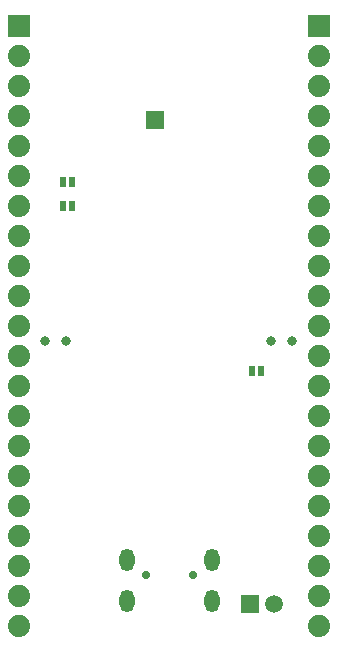
<source format=gbr>
G04 #@! TF.GenerationSoftware,KiCad,Pcbnew,5.1.0-rc2-unknown-036be7d~80~ubuntu16.04.1*
G04 #@! TF.CreationDate,2020-07-14T15:33:40+03:00*
G04 #@! TF.ProjectId,ESP32-S2-DevKit-Lipo_Rev_B,45535033-322d-4533-922d-4465764b6974,B*
G04 #@! TF.SameCoordinates,Original*
G04 #@! TF.FileFunction,Soldermask,Bot*
G04 #@! TF.FilePolarity,Negative*
%FSLAX46Y46*%
G04 Gerber Fmt 4.6, Leading zero omitted, Abs format (unit mm)*
G04 Created by KiCad (PCBNEW 5.1.0-rc2-unknown-036be7d~80~ubuntu16.04.1) date 2020-07-14 15:33:40*
%MOMM*%
%LPD*%
G04 APERTURE LIST*
%ADD10C,1.501600*%
%ADD11R,1.501600X1.501600*%
%ADD12C,0.701600*%
%ADD13O,1.301600X1.901600*%
%ADD14C,0.801600*%
%ADD15R,0.609600X0.863600*%
%ADD16C,1.879600*%
%ADD17R,1.879600X1.879600*%
G04 APERTURE END LIST*
D10*
X152384760Y-116222780D03*
D11*
X150355300Y-116225320D03*
D12*
X141510000Y-113797000D03*
X145510000Y-113797000D03*
D13*
X139910000Y-115947000D03*
X139910000Y-112477000D03*
X147110000Y-112477000D03*
X147110000Y-115947000D03*
D14*
X134758000Y-93980000D03*
X132958000Y-93980000D03*
D15*
X135255000Y-82550000D03*
X134493000Y-82550000D03*
X135255000Y-80518000D03*
X134493000Y-80518000D03*
D14*
X152135000Y-93980000D03*
X153935000Y-93980000D03*
D16*
X130810000Y-118110000D03*
X130810000Y-74930000D03*
X130810000Y-72390000D03*
X130810000Y-69850000D03*
D17*
X130810000Y-67310000D03*
D16*
X130810000Y-77470000D03*
X130810000Y-80010000D03*
X130810000Y-85090000D03*
X130810000Y-82550000D03*
X130810000Y-87630000D03*
X130810000Y-90170000D03*
X130810000Y-95250000D03*
X130810000Y-92710000D03*
X130810000Y-97790000D03*
X130810000Y-100330000D03*
X130810000Y-105410000D03*
X130810000Y-102870000D03*
X130810000Y-113030000D03*
X130810000Y-115570000D03*
X130810000Y-110490000D03*
X130810000Y-107950000D03*
X156210000Y-118110000D03*
X156210000Y-74930000D03*
X156210000Y-72390000D03*
X156210000Y-69850000D03*
D17*
X156210000Y-67310000D03*
D16*
X156210000Y-77470000D03*
X156210000Y-80010000D03*
X156210000Y-85090000D03*
X156210000Y-82550000D03*
X156210000Y-87630000D03*
X156210000Y-90170000D03*
X156210000Y-95250000D03*
X156210000Y-92710000D03*
X156210000Y-97790000D03*
X156210000Y-100330000D03*
X156210000Y-105410000D03*
X156210000Y-102870000D03*
X156210000Y-113030000D03*
X156210000Y-115570000D03*
X156210000Y-110490000D03*
X156210000Y-107950000D03*
D11*
X142320000Y-75234000D03*
D15*
X150495000Y-96520000D03*
X151257000Y-96520000D03*
M02*

</source>
